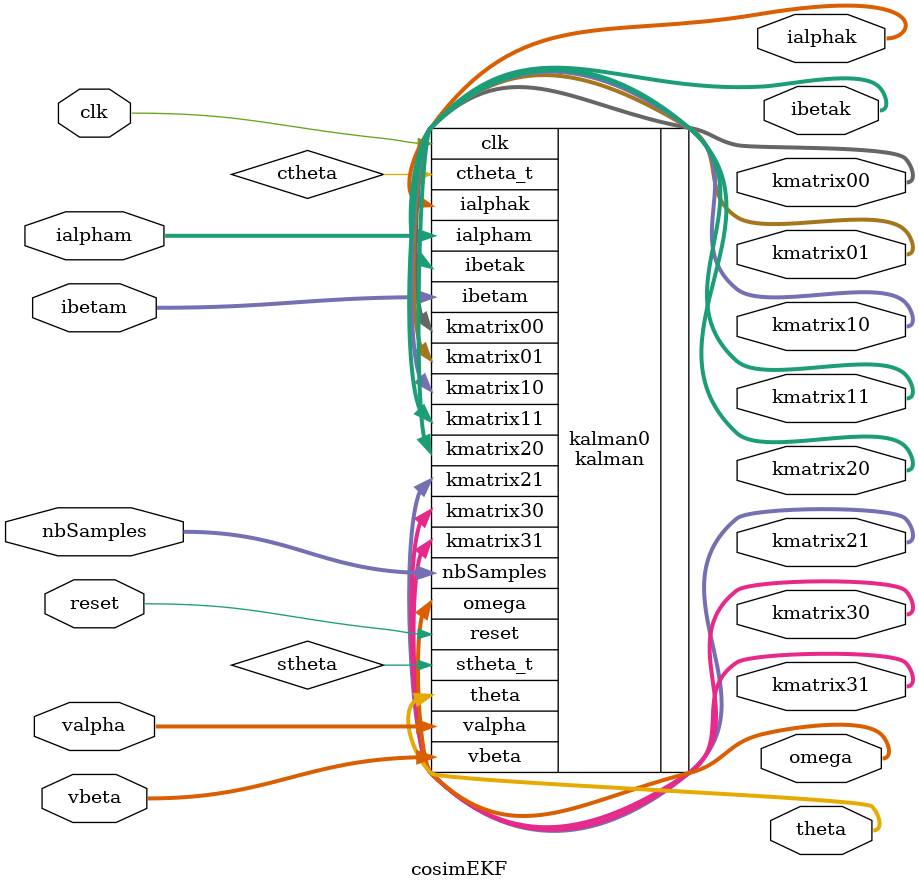
<source format=v>
`include "D:/Programs/Quartus/quartus/eda/sim_lib/220model.v"
`include "../src/matrix_multiplication.v"
`include "../src/fixedpoint_multiplier.v"
`include "../src/cordic.v"
`include "../src/div2.v"
`include "../src/kalman.v"
`include "../src/state_update.v"
`include "../src/PID.v"
`include "../src/mult.v"



//NbSamples is an additional delay in the main loop for testing. The alorithm takes 79 clock cycles, nbSamples represent "do nothing" cycles in between each update.
//The sampling time must be set accordingly
module cosimEKF(
	input signed [31:0] valpha,vbeta,ialpham,ibetam,
	input [31:0] nbSamples,
	input clk,reset,
	output signed [31:0] omega,theta,
	output signed [31:0] ialphak,ibetak,kmatrix00,kmatrix01,kmatrix10,kmatrix11,kmatrix20,kmatrix21,kmatrix30,kmatrix31
	);
	
	
  parameter sf = 2**18;
  parameter N=32;
  parameter Q=18;

  
  


  
  
 
  kalman kalman0(.valpha(valpha),.vbeta(vbeta),.ialpham(ialpham),.ibetam(ibetam),.ctheta_t(ctheta),.stheta_t(stheta),.clk(clk),.reset(reset),.omega(omega),.theta(theta),.nbSamples(nbSamples),
  	.ialphak(ialphak),
  	.ibetak(ibetak),
  	.kmatrix00(kmatrix00),
  	.kmatrix01(kmatrix01),
  	.kmatrix10(kmatrix10),
  	.kmatrix11(kmatrix11),
  	.kmatrix20(kmatrix20),
  	.kmatrix21(kmatrix21),
  	.kmatrix30(kmatrix30),
  	.kmatrix31(kmatrix31)

  	);
  
  
  
endmodule
</source>
